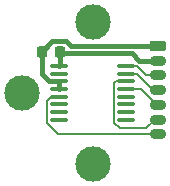
<source format=gbr>
%TF.GenerationSoftware,KiCad,Pcbnew,8.0.9*%
%TF.CreationDate,2025-07-17T23:13:56+09:00*%
%TF.ProjectId,ARTEMIS_ENC_AK,41525445-4d49-4535-9f45-4e435f414b2e,rev?*%
%TF.SameCoordinates,Original*%
%TF.FileFunction,Copper,L1,Top*%
%TF.FilePolarity,Positive*%
%FSLAX46Y46*%
G04 Gerber Fmt 4.6, Leading zero omitted, Abs format (unit mm)*
G04 Created by KiCad (PCBNEW 8.0.9) date 2025-07-17 23:13:56*
%MOMM*%
%LPD*%
G01*
G04 APERTURE LIST*
G04 Aperture macros list*
%AMRoundRect*
0 Rectangle with rounded corners*
0 $1 Rounding radius*
0 $2 $3 $4 $5 $6 $7 $8 $9 X,Y pos of 4 corners*
0 Add a 4 corners polygon primitive as box body*
4,1,4,$2,$3,$4,$5,$6,$7,$8,$9,$2,$3,0*
0 Add four circle primitives for the rounded corners*
1,1,$1+$1,$2,$3*
1,1,$1+$1,$4,$5*
1,1,$1+$1,$6,$7*
1,1,$1+$1,$8,$9*
0 Add four rect primitives between the rounded corners*
20,1,$1+$1,$2,$3,$4,$5,0*
20,1,$1+$1,$4,$5,$6,$7,0*
20,1,$1+$1,$6,$7,$8,$9,0*
20,1,$1+$1,$8,$9,$2,$3,0*%
G04 Aperture macros list end*
%TA.AperFunction,ComponentPad*%
%ADD10RoundRect,0.225000X-0.475000X0.225000X-0.475000X-0.225000X0.475000X-0.225000X0.475000X0.225000X0*%
%TD*%
%TA.AperFunction,ComponentPad*%
%ADD11O,1.400000X0.900000*%
%TD*%
%TA.AperFunction,SMDPad,CuDef*%
%ADD12RoundRect,0.100000X0.637500X0.100000X-0.637500X0.100000X-0.637500X-0.100000X0.637500X-0.100000X0*%
%TD*%
%TA.AperFunction,SMDPad,CuDef*%
%ADD13RoundRect,0.225000X0.225000X0.250000X-0.225000X0.250000X-0.225000X-0.250000X0.225000X-0.250000X0*%
%TD*%
%TA.AperFunction,ViaPad*%
%ADD14C,3.000000*%
%TD*%
%TA.AperFunction,Conductor*%
%ADD15C,0.200000*%
%TD*%
%TA.AperFunction,Conductor*%
%ADD16C,0.400000*%
%TD*%
G04 APERTURE END LIST*
D10*
%TO.P,J1,1,Pin_1*%
%TO.N,GND*%
X53500000Y-49000000D03*
D11*
%TO.P,J1,2,Pin_2*%
%TO.N,+3V3*%
X53500000Y-50250000D03*
%TO.P,J1,3,Pin_3*%
%TO.N,/NSS_ENC*%
X53500000Y-51500000D03*
%TO.P,J1,4,Pin_4*%
%TO.N,/SPI_CLK*%
X53500000Y-52750000D03*
%TO.P,J1,5,Pin_5*%
%TO.N,/SPI_MISO*%
X53500000Y-54000000D03*
%TO.P,J1,6,Pin_6*%
%TO.N,/SPI_MOSI*%
X53500000Y-55250000D03*
%TO.P,J1,7,Pin_7*%
%TO.N,/ERROR*%
X53500000Y-56500000D03*
%TD*%
D12*
%TO.P,U1,1,U*%
%TO.N,unconnected-(U1-U-Pad1)*%
X50862500Y-55275000D03*
%TO.P,U1,2,V*%
%TO.N,unconnected-(U1-V-Pad2)*%
X50862500Y-54625000D03*
%TO.P,U1,3,W*%
%TO.N,unconnected-(U1-W-Pad3)*%
X50862500Y-53975000D03*
%TO.P,U1,4,NC*%
%TO.N,unconnected-(U1-NC-Pad4)*%
X50862500Y-53325000D03*
%TO.P,U1,5,MISO*%
%TO.N,/SPI_MISO*%
X50862500Y-52675000D03*
%TO.P,U1,6,MOSI*%
%TO.N,/SPI_MOSI*%
X50862500Y-52025000D03*
%TO.P,U1,7,SCLK*%
%TO.N,/SPI_CLK*%
X50862500Y-51375000D03*
%TO.P,U1,8,~{CSN}*%
%TO.N,/NSS_ENC*%
X50862500Y-50725000D03*
%TO.P,U1,9,VDD*%
%TO.N,+3V3*%
X45137500Y-50725000D03*
%TO.P,U1,10,NC*%
%TO.N,unconnected-(U1-NC-Pad10)*%
X45137500Y-51375000D03*
%TO.P,U1,11,TESTE*%
%TO.N,GND*%
X45137500Y-52025000D03*
%TO.P,U1,12,VSS*%
X45137500Y-52675000D03*
%TO.P,U1,13,ERROR*%
%TO.N,/ERROR*%
X45137500Y-53325000D03*
%TO.P,U1,14,Z*%
%TO.N,unconnected-(U1-Z-Pad14)*%
X45137500Y-53975000D03*
%TO.P,U1,15,B*%
%TO.N,unconnected-(U1-B-Pad15)*%
X45137500Y-54625000D03*
%TO.P,U1,16,A*%
%TO.N,unconnected-(U1-A-Pad16)*%
X45137500Y-55275000D03*
%TD*%
D13*
%TO.P,C1,1*%
%TO.N,+3V3*%
X45275000Y-49500000D03*
%TO.P,C1,2*%
%TO.N,GND*%
X43725000Y-49500000D03*
%TD*%
D14*
%TO.N,*%
X48000000Y-59000000D03*
X48000000Y-47000000D03*
X42000000Y-53000000D03*
%TD*%
D15*
%TO.N,/SPI_MOSI*%
X53250000Y-55250000D02*
X53500000Y-55250000D01*
X52500000Y-56000000D02*
X53250000Y-55250000D01*
X49825000Y-52175000D02*
X49825000Y-55543456D01*
X49975000Y-52025000D02*
X49825000Y-52175000D01*
X49825000Y-55543456D02*
X50281544Y-56000000D01*
X50281544Y-56000000D02*
X52500000Y-56000000D01*
X50862500Y-52025000D02*
X49975000Y-52025000D01*
%TO.N,/ERROR*%
X45056544Y-56500000D02*
X53500000Y-56500000D01*
X44100000Y-55543456D02*
X45056544Y-56500000D01*
X44100000Y-53706544D02*
X44100000Y-55543456D01*
X45137500Y-53325000D02*
X44481544Y-53325000D01*
X44481544Y-53325000D02*
X44100000Y-53706544D01*
D16*
%TO.N,GND*%
X45137500Y-52675000D02*
X45137500Y-52025000D01*
%TO.N,+3V3*%
X45275000Y-50587500D02*
X45137500Y-50725000D01*
X45275000Y-49500000D02*
X45275000Y-50587500D01*
%TO.N,GND*%
X46140118Y-49000000D02*
X53500000Y-49000000D01*
X44600000Y-48625000D02*
X45765118Y-48625000D01*
X45765118Y-48625000D02*
X46140118Y-49000000D01*
X43725000Y-49500000D02*
X44600000Y-48625000D01*
%TO.N,+3V3*%
X45375000Y-49600000D02*
X45275000Y-49500000D01*
X51307107Y-49600000D02*
X45375000Y-49600000D01*
X51957107Y-50250000D02*
X51307107Y-49600000D01*
X53500000Y-50250000D02*
X51957107Y-50250000D01*
%TO.N,GND*%
X44340122Y-52025000D02*
X45137500Y-52025000D01*
X43725000Y-49500000D02*
X43725000Y-51409878D01*
X43725000Y-51409878D02*
X44340122Y-52025000D01*
D15*
%TO.N,/NSS_ENC*%
X51725000Y-50725000D02*
X52500000Y-51500000D01*
X52500000Y-51500000D02*
X53500000Y-51500000D01*
X50862500Y-50725000D02*
X51725000Y-50725000D01*
%TO.N,/SPI_CLK*%
X51725000Y-51375000D02*
X50862500Y-51375000D01*
X53500000Y-52750000D02*
X53100000Y-52750000D01*
X53100000Y-52750000D02*
X51725000Y-51375000D01*
%TO.N,/SPI_MISO*%
X52114340Y-52675000D02*
X53439340Y-54000000D01*
X53439340Y-54000000D02*
X53500000Y-54000000D01*
X50862500Y-52675000D02*
X52114340Y-52675000D01*
%TD*%
M02*

</source>
